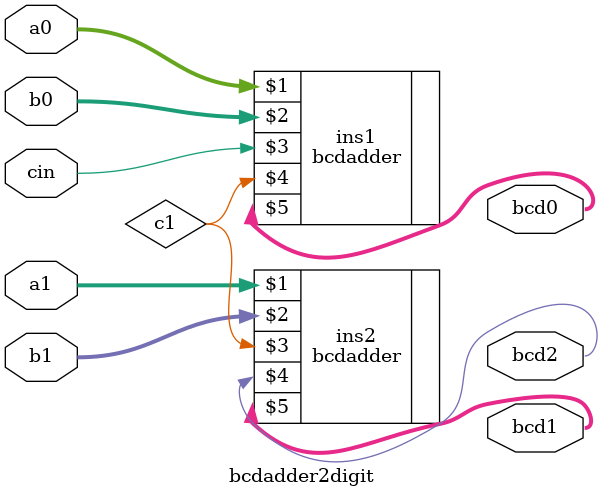
<source format=v>
`timescale 1ns / 1ps
module bcdadder2digit(a1,a0,b1,b0,cin,bcd2,bcd1,bcd0);
input [3:0]a1,a0,b1,b0;
input cin;
output [3:0]bcd1,bcd0;
output bcd2;

bcdadder ins1(a0,b0,cin,c1,bcd0);
bcdadder ins2(a1,b1,c1,bcd2,bcd1);
endmodule

</source>
